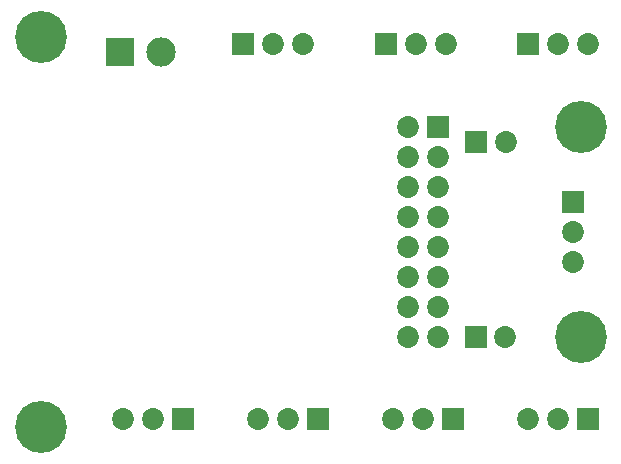
<source format=gbs>
%FSLAX25Y25*%
%MOIN*%
G70*
G01*
G75*
G04 Layer_Color=48896*
%ADD10C,0.02500*%
%ADD11C,0.05000*%
%ADD12C,0.06500*%
%ADD13R,0.06500X0.06500*%
%ADD14C,0.16500*%
%ADD15R,0.09000X0.09000*%
%ADD16C,0.09000*%
%ADD17R,0.06500X0.06500*%
%ADD18C,0.01000*%
%ADD19C,0.01200*%
%ADD20C,0.07300*%
%ADD21R,0.07300X0.07300*%
%ADD22C,0.17300*%
%ADD23R,0.09800X0.09800*%
%ADD24C,0.09800*%
%ADD25R,0.07300X0.07300*%
D20*
X567343Y537500D02*
D03*
X567500Y602500D02*
D03*
X535000Y577500D02*
D03*
X545000D02*
D03*
Y587500D02*
D03*
X535000Y607500D02*
D03*
X545000Y597500D02*
D03*
X535000D02*
D03*
Y587500D02*
D03*
X545000Y567500D02*
D03*
X535000D02*
D03*
X545000Y557500D02*
D03*
X535000D02*
D03*
X545000Y547500D02*
D03*
X535000D02*
D03*
X545000Y537500D02*
D03*
X535000D02*
D03*
X450000Y510000D02*
D03*
X440000D02*
D03*
X495000D02*
D03*
X485000D02*
D03*
X540000D02*
D03*
X530000D02*
D03*
X585000D02*
D03*
X575000D02*
D03*
X590000Y572500D02*
D03*
Y562500D02*
D03*
X585000Y635000D02*
D03*
X595000D02*
D03*
X537500D02*
D03*
X547500D02*
D03*
X490000D02*
D03*
X500000D02*
D03*
D21*
X557500Y537500D02*
D03*
Y602500D02*
D03*
X545000Y607500D02*
D03*
X590000Y582500D02*
D03*
D22*
X412500Y637500D02*
D03*
Y507500D02*
D03*
X592500Y537500D02*
D03*
Y607500D02*
D03*
D23*
X438800Y632500D02*
D03*
D24*
X452500D02*
D03*
D25*
X460000Y510000D02*
D03*
X505000D02*
D03*
X550000D02*
D03*
X595000D02*
D03*
X575000Y635000D02*
D03*
X527500D02*
D03*
X480000D02*
D03*
M02*

</source>
